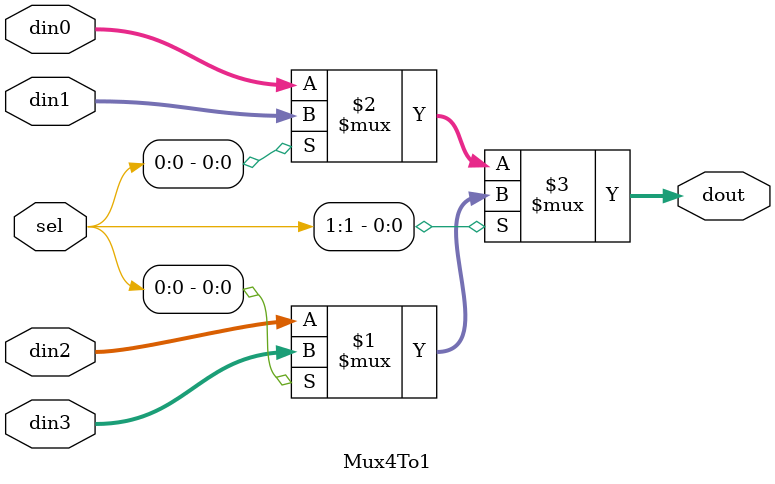
<source format=v>
module Mux2To1(input [31:0] din0, input [31:0] din1, input sel, output [31:0] dout);
  assign dout = sel ? din1 : din0;
endmodule

module Mux4To1(input [31:0] din0,
               input [31:0] din1,
               input [31:0] din2,
               input [31:0] din3,
               input [1:0] sel,
               output [31:0] dout);
  assign dout = sel[1] ? (sel[0] ? din3 : din2) : (sel[0] ? din1 : din0);
endmodule
</source>
